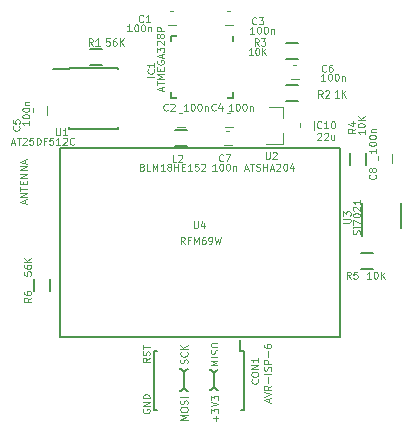
<source format=gto>
G04 #@! TF.GenerationSoftware,KiCad,Pcbnew,no-vcs-found-7529~57~ubuntu16.04.1*
G04 #@! TF.CreationDate,2017-01-27T16:28:15+02:00*
G04 #@! TF.ProjectId,temperature_humidity,74656D70657261747572655F68756D69,rev?*
G04 #@! TF.FileFunction,Legend,Top*
G04 #@! TF.FilePolarity,Positive*
%FSLAX46Y46*%
G04 Gerber Fmt 4.6, Leading zero omitted, Abs format (unit mm)*
G04 Created by KiCad (PCBNEW no-vcs-found-7529~57~ubuntu16.04.1) date Fri Jan 27 16:28:15 2017*
%MOMM*%
%LPD*%
G01*
G04 APERTURE LIST*
%ADD10C,0.100000*%
%ADD11C,0.120000*%
%ADD12C,0.150000*%
%ADD13R,1.670000X2.900000*%
%ADD14R,1.600000X1.150000*%
%ADD15R,1.150000X1.600000*%
%ADD16R,2.125000X2.125000*%
%ADD17R,1.100000X0.650000*%
%ADD18R,0.650000X1.100000*%
%ADD19R,1.900000X3.400000*%
%ADD20R,1.600000X1.300000*%
%ADD21R,1.300000X1.600000*%
%ADD22R,1.950000X1.000000*%
%ADD23R,1.300000X1.200000*%
%ADD24R,1.700000X1.250000*%
%ADD25R,0.850000X1.030000*%
%ADD26R,3.400000X1.600000*%
G04 APERTURE END LIST*
D10*
D11*
X115842857Y-99371428D02*
X115871428Y-99285714D01*
X115871428Y-99142857D01*
X115842857Y-99085714D01*
X115814285Y-99057142D01*
X115757142Y-99028571D01*
X115700000Y-99028571D01*
X115642857Y-99057142D01*
X115614285Y-99085714D01*
X115585714Y-99142857D01*
X115557142Y-99257142D01*
X115528571Y-99314285D01*
X115500000Y-99342857D01*
X115442857Y-99371428D01*
X115385714Y-99371428D01*
X115328571Y-99342857D01*
X115300000Y-99314285D01*
X115271428Y-99257142D01*
X115271428Y-99114285D01*
X115300000Y-99028571D01*
X115814285Y-98428571D02*
X115842857Y-98457142D01*
X115871428Y-98542857D01*
X115871428Y-98600000D01*
X115842857Y-98685714D01*
X115785714Y-98742857D01*
X115728571Y-98771428D01*
X115614285Y-98800000D01*
X115528571Y-98800000D01*
X115414285Y-98771428D01*
X115357142Y-98742857D01*
X115300000Y-98685714D01*
X115271428Y-98600000D01*
X115271428Y-98542857D01*
X115300000Y-98457142D01*
X115328571Y-98428571D01*
X115871428Y-98171428D02*
X115271428Y-98171428D01*
X115871428Y-97828571D02*
X115528571Y-98085714D01*
X115271428Y-97828571D02*
X115614285Y-98171428D01*
X118471428Y-99542857D02*
X117871428Y-99542857D01*
X118300000Y-99342857D01*
X117871428Y-99142857D01*
X118471428Y-99142857D01*
X118471428Y-98857142D02*
X117871428Y-98857142D01*
X118442857Y-98600000D02*
X118471428Y-98514285D01*
X118471428Y-98371428D01*
X118442857Y-98314285D01*
X118414285Y-98285714D01*
X118357142Y-98257142D01*
X118300000Y-98257142D01*
X118242857Y-98285714D01*
X118214285Y-98314285D01*
X118185714Y-98371428D01*
X118157142Y-98485714D01*
X118128571Y-98542857D01*
X118100000Y-98571428D01*
X118042857Y-98600000D01*
X117985714Y-98600000D01*
X117928571Y-98571428D01*
X117900000Y-98542857D01*
X117871428Y-98485714D01*
X117871428Y-98342857D01*
X117900000Y-98257142D01*
X117871428Y-97885714D02*
X117871428Y-97771428D01*
X117900000Y-97714285D01*
X117957142Y-97657142D01*
X118071428Y-97628571D01*
X118271428Y-97628571D01*
X118385714Y-97657142D01*
X118442857Y-97714285D01*
X118471428Y-97771428D01*
X118471428Y-97885714D01*
X118442857Y-97942857D01*
X118385714Y-98000000D01*
X118271428Y-98028571D01*
X118071428Y-98028571D01*
X117957142Y-98000000D01*
X117900000Y-97942857D01*
X117871428Y-97885714D01*
X118242857Y-104257142D02*
X118242857Y-103800000D01*
X118471428Y-104028571D02*
X118014285Y-104028571D01*
X117871428Y-103571428D02*
X117871428Y-103200000D01*
X118100000Y-103400000D01*
X118100000Y-103314285D01*
X118128571Y-103257142D01*
X118157142Y-103228571D01*
X118214285Y-103200000D01*
X118357142Y-103200000D01*
X118414285Y-103228571D01*
X118442857Y-103257142D01*
X118471428Y-103314285D01*
X118471428Y-103485714D01*
X118442857Y-103542857D01*
X118414285Y-103571428D01*
X117871428Y-103028571D02*
X118471428Y-102828571D01*
X117871428Y-102628571D01*
X117871428Y-102485714D02*
X117871428Y-102114285D01*
X118100000Y-102314285D01*
X118100000Y-102228571D01*
X118128571Y-102171428D01*
X118157142Y-102142857D01*
X118214285Y-102114285D01*
X118357142Y-102114285D01*
X118414285Y-102142857D01*
X118442857Y-102171428D01*
X118471428Y-102228571D01*
X118471428Y-102400000D01*
X118442857Y-102457142D01*
X118414285Y-102485714D01*
X115871428Y-104142857D02*
X115271428Y-104142857D01*
X115700000Y-103942857D01*
X115271428Y-103742857D01*
X115871428Y-103742857D01*
X115271428Y-103342857D02*
X115271428Y-103228571D01*
X115300000Y-103171428D01*
X115357142Y-103114285D01*
X115471428Y-103085714D01*
X115671428Y-103085714D01*
X115785714Y-103114285D01*
X115842857Y-103171428D01*
X115871428Y-103228571D01*
X115871428Y-103342857D01*
X115842857Y-103400000D01*
X115785714Y-103457142D01*
X115671428Y-103485714D01*
X115471428Y-103485714D01*
X115357142Y-103457142D01*
X115300000Y-103400000D01*
X115271428Y-103342857D01*
X115842857Y-102857142D02*
X115871428Y-102771428D01*
X115871428Y-102628571D01*
X115842857Y-102571428D01*
X115814285Y-102542857D01*
X115757142Y-102514285D01*
X115700000Y-102514285D01*
X115642857Y-102542857D01*
X115614285Y-102571428D01*
X115585714Y-102628571D01*
X115557142Y-102742857D01*
X115528571Y-102800000D01*
X115500000Y-102828571D01*
X115442857Y-102857142D01*
X115385714Y-102857142D01*
X115328571Y-102828571D01*
X115300000Y-102800000D01*
X115271428Y-102742857D01*
X115271428Y-102600000D01*
X115300000Y-102514285D01*
X115871428Y-102257142D02*
X115271428Y-102257142D01*
X112100000Y-103257142D02*
X112071428Y-103314285D01*
X112071428Y-103400000D01*
X112100000Y-103485714D01*
X112157142Y-103542857D01*
X112214285Y-103571428D01*
X112328571Y-103600000D01*
X112414285Y-103600000D01*
X112528571Y-103571428D01*
X112585714Y-103542857D01*
X112642857Y-103485714D01*
X112671428Y-103400000D01*
X112671428Y-103342857D01*
X112642857Y-103257142D01*
X112614285Y-103228571D01*
X112414285Y-103228571D01*
X112414285Y-103342857D01*
X112671428Y-102971428D02*
X112071428Y-102971428D01*
X112671428Y-102628571D01*
X112071428Y-102628571D01*
X112671428Y-102342857D02*
X112071428Y-102342857D01*
X112071428Y-102200000D01*
X112100000Y-102114285D01*
X112157142Y-102057142D01*
X112214285Y-102028571D01*
X112328571Y-102000000D01*
X112414285Y-102000000D01*
X112528571Y-102028571D01*
X112585714Y-102057142D01*
X112642857Y-102114285D01*
X112671428Y-102200000D01*
X112671428Y-102342857D01*
X112671428Y-98928571D02*
X112385714Y-99128571D01*
X112671428Y-99271428D02*
X112071428Y-99271428D01*
X112071428Y-99042857D01*
X112100000Y-98985714D01*
X112128571Y-98957142D01*
X112185714Y-98928571D01*
X112271428Y-98928571D01*
X112328571Y-98957142D01*
X112357142Y-98985714D01*
X112385714Y-99042857D01*
X112385714Y-99271428D01*
X112642857Y-98700000D02*
X112671428Y-98614285D01*
X112671428Y-98471428D01*
X112642857Y-98414285D01*
X112614285Y-98385714D01*
X112557142Y-98357142D01*
X112500000Y-98357142D01*
X112442857Y-98385714D01*
X112414285Y-98414285D01*
X112385714Y-98471428D01*
X112357142Y-98585714D01*
X112328571Y-98642857D01*
X112300000Y-98671428D01*
X112242857Y-98700000D01*
X112185714Y-98700000D01*
X112128571Y-98671428D01*
X112100000Y-98642857D01*
X112071428Y-98585714D01*
X112071428Y-98442857D01*
X112100000Y-98357142D01*
X112071428Y-98185714D02*
X112071428Y-97842857D01*
X112671428Y-98014285D02*
X112071428Y-98014285D01*
D12*
X115570000Y-100137848D02*
X115570000Y-101439883D01*
X115316000Y-99838000D02*
X115570000Y-100092000D01*
X115570000Y-100092000D02*
X115824000Y-99838000D01*
X115824000Y-99838000D02*
X115951000Y-99838000D01*
X115189000Y-99838000D02*
X115316000Y-99838000D01*
X117856000Y-99938000D02*
X118110000Y-100192000D01*
X115824000Y-101738000D02*
X115570000Y-101484000D01*
X118364000Y-99938000D02*
X118491000Y-99938000D01*
X115316000Y-101738000D02*
X115189000Y-101738000D01*
X118110000Y-100192000D02*
X118364000Y-99938000D01*
X115570000Y-101484000D02*
X115316000Y-101738000D01*
X117729000Y-99938000D02*
X117856000Y-99938000D01*
X115951000Y-101738000D02*
X115824000Y-101738000D01*
X120650000Y-103338000D02*
X120370000Y-103338000D01*
X117856000Y-101638000D02*
X117729000Y-101638000D01*
X118110000Y-101384000D02*
X117856000Y-101638000D01*
X118364000Y-101638000D02*
X118110000Y-101384000D01*
X118491000Y-101638000D02*
X118364000Y-101638000D01*
X120650000Y-103338000D02*
X120650000Y-98338000D01*
X120650000Y-98338000D02*
X120370000Y-98338000D01*
X113030000Y-98338000D02*
X113310000Y-98338000D01*
X113030000Y-103338000D02*
X113030000Y-98338000D01*
X113030000Y-103338000D02*
X113310000Y-103338000D01*
X118140000Y-100138000D02*
X118140000Y-101438000D01*
X120340000Y-98338000D02*
X120340000Y-97438000D01*
D11*
X114204000Y-69504000D02*
X114904000Y-69504000D01*
X114904000Y-70704000D02*
X114204000Y-70704000D01*
X115666000Y-79340000D02*
X114966000Y-79340000D01*
X114966000Y-78140000D02*
X115666000Y-78140000D01*
X119730000Y-70704000D02*
X119030000Y-70704000D01*
X119030000Y-69504000D02*
X119730000Y-69504000D01*
X119730000Y-79340000D02*
X119030000Y-79340000D01*
X119030000Y-78140000D02*
X119730000Y-78140000D01*
X102778000Y-78328000D02*
X102778000Y-77628000D01*
X103978000Y-77628000D02*
X103978000Y-78328000D01*
X124618000Y-74076000D02*
X125318000Y-74076000D01*
X125318000Y-75276000D02*
X124618000Y-75276000D01*
X118964000Y-79664000D02*
X119664000Y-79664000D01*
X119664000Y-80864000D02*
X118964000Y-80864000D01*
X133188000Y-81692000D02*
X133188000Y-82392000D01*
X131988000Y-82392000D02*
X131988000Y-81692000D01*
X125384000Y-79598000D02*
X125384000Y-78898000D01*
X126584000Y-78898000D02*
X126584000Y-79598000D01*
D12*
X119719000Y-76893500D02*
X119719000Y-76368500D01*
X114469000Y-76893500D02*
X114469000Y-76368500D01*
X114469000Y-71643500D02*
X114469000Y-72168500D01*
X119719000Y-71643500D02*
X119719000Y-72168500D01*
X114469000Y-76893500D02*
X114994000Y-76893500D01*
X114469000Y-71643500D02*
X114994000Y-71643500D01*
X119719000Y-76893500D02*
X119194000Y-76893500D01*
X108620000Y-74081000D02*
X107620000Y-74081000D01*
X107620000Y-72731000D02*
X108620000Y-72731000D01*
X125214000Y-77129000D02*
X124214000Y-77129000D01*
X124214000Y-75779000D02*
X125214000Y-75779000D01*
X125214000Y-73573000D02*
X124214000Y-73573000D01*
X124214000Y-72223000D02*
X125214000Y-72223000D01*
X129627000Y-82542000D02*
X129627000Y-81542000D01*
X130977000Y-81542000D02*
X130977000Y-82542000D01*
X130564000Y-90003000D02*
X131564000Y-90003000D01*
X131564000Y-91353000D02*
X130564000Y-91353000D01*
X102873000Y-93210000D02*
X102873000Y-92210000D01*
X104223000Y-92210000D02*
X104223000Y-93210000D01*
X105875000Y-74437000D02*
X104475000Y-74437000D01*
X105875000Y-79537000D02*
X110025000Y-79537000D01*
X105875000Y-74387000D02*
X110025000Y-74387000D01*
X105875000Y-79537000D02*
X105875000Y-79392000D01*
X110025000Y-79537000D02*
X110025000Y-79392000D01*
X110025000Y-74387000D02*
X110025000Y-74532000D01*
X105875000Y-74387000D02*
X105875000Y-74437000D01*
D11*
X123966000Y-80828000D02*
X122506000Y-80828000D01*
X123966000Y-77668000D02*
X121806000Y-77668000D01*
X123966000Y-77668000D02*
X123966000Y-78598000D01*
X123966000Y-80828000D02*
X123966000Y-79898000D01*
D12*
X130684000Y-88598000D02*
X130684000Y-85843000D01*
X133984000Y-87893000D02*
X133984000Y-85843000D01*
X128746000Y-97106000D02*
X105046000Y-97106000D01*
X105046000Y-97106000D02*
X105046000Y-81106000D01*
X105046000Y-81106000D02*
X128746000Y-81106000D01*
X128746000Y-81106000D02*
X128746000Y-97106000D01*
X114816000Y-79589000D02*
X115816000Y-79589000D01*
X115816000Y-80939000D02*
X114816000Y-80939000D01*
D11*
X121814285Y-100728571D02*
X121842857Y-100757142D01*
X121871428Y-100842857D01*
X121871428Y-100900000D01*
X121842857Y-100985714D01*
X121785714Y-101042857D01*
X121728571Y-101071428D01*
X121614285Y-101100000D01*
X121528571Y-101100000D01*
X121414285Y-101071428D01*
X121357142Y-101042857D01*
X121300000Y-100985714D01*
X121271428Y-100900000D01*
X121271428Y-100842857D01*
X121300000Y-100757142D01*
X121328571Y-100728571D01*
X121271428Y-100357142D02*
X121271428Y-100242857D01*
X121300000Y-100185714D01*
X121357142Y-100128571D01*
X121471428Y-100100000D01*
X121671428Y-100100000D01*
X121785714Y-100128571D01*
X121842857Y-100185714D01*
X121871428Y-100242857D01*
X121871428Y-100357142D01*
X121842857Y-100414285D01*
X121785714Y-100471428D01*
X121671428Y-100500000D01*
X121471428Y-100500000D01*
X121357142Y-100471428D01*
X121300000Y-100414285D01*
X121271428Y-100357142D01*
X121871428Y-99842857D02*
X121271428Y-99842857D01*
X121871428Y-99500000D01*
X121271428Y-99500000D01*
X121871428Y-98900000D02*
X121871428Y-99242857D01*
X121871428Y-99071428D02*
X121271428Y-99071428D01*
X121357142Y-99128571D01*
X121414285Y-99185714D01*
X121442857Y-99242857D01*
X122782000Y-102657142D02*
X122782000Y-102371428D01*
X122953428Y-102714285D02*
X122353428Y-102514285D01*
X122953428Y-102314285D01*
X122353428Y-102200000D02*
X122953428Y-102000000D01*
X122353428Y-101800000D01*
X122953428Y-101257142D02*
X122667714Y-101457142D01*
X122953428Y-101600000D02*
X122353428Y-101600000D01*
X122353428Y-101371428D01*
X122382000Y-101314285D01*
X122410571Y-101285714D01*
X122467714Y-101257142D01*
X122553428Y-101257142D01*
X122610571Y-101285714D01*
X122639142Y-101314285D01*
X122667714Y-101371428D01*
X122667714Y-101600000D01*
X122724857Y-101000000D02*
X122724857Y-100542857D01*
X122953428Y-100257142D02*
X122353428Y-100257142D01*
X122924857Y-100000000D02*
X122953428Y-99914285D01*
X122953428Y-99771428D01*
X122924857Y-99714285D01*
X122896285Y-99685714D01*
X122839142Y-99657142D01*
X122782000Y-99657142D01*
X122724857Y-99685714D01*
X122696285Y-99714285D01*
X122667714Y-99771428D01*
X122639142Y-99885714D01*
X122610571Y-99942857D01*
X122582000Y-99971428D01*
X122524857Y-100000000D01*
X122467714Y-100000000D01*
X122410571Y-99971428D01*
X122382000Y-99942857D01*
X122353428Y-99885714D01*
X122353428Y-99742857D01*
X122382000Y-99657142D01*
X122953428Y-99400000D02*
X122353428Y-99400000D01*
X122353428Y-99171428D01*
X122382000Y-99114285D01*
X122410571Y-99085714D01*
X122467714Y-99057142D01*
X122553428Y-99057142D01*
X122610571Y-99085714D01*
X122639142Y-99114285D01*
X122667714Y-99171428D01*
X122667714Y-99400000D01*
X122724857Y-98800000D02*
X122724857Y-98342857D01*
X122353428Y-97800000D02*
X122353428Y-97914285D01*
X122382000Y-97971428D01*
X122410571Y-98000000D01*
X122496285Y-98057142D01*
X122610571Y-98085714D01*
X122839142Y-98085714D01*
X122896285Y-98057142D01*
X122924857Y-98028571D01*
X122953428Y-97971428D01*
X122953428Y-97857142D01*
X122924857Y-97800000D01*
X122896285Y-97771428D01*
X122839142Y-97742857D01*
X122696285Y-97742857D01*
X122639142Y-97771428D01*
X122610571Y-97800000D01*
X122582000Y-97857142D01*
X122582000Y-97971428D01*
X122610571Y-98028571D01*
X122639142Y-98057142D01*
X122696285Y-98085714D01*
X112100000Y-70414285D02*
X112071428Y-70442857D01*
X111985714Y-70471428D01*
X111928571Y-70471428D01*
X111842857Y-70442857D01*
X111785714Y-70385714D01*
X111757142Y-70328571D01*
X111728571Y-70214285D01*
X111728571Y-70128571D01*
X111757142Y-70014285D01*
X111785714Y-69957142D01*
X111842857Y-69900000D01*
X111928571Y-69871428D01*
X111985714Y-69871428D01*
X112071428Y-69900000D01*
X112100000Y-69928571D01*
X112671428Y-70471428D02*
X112328571Y-70471428D01*
X112500000Y-70471428D02*
X112500000Y-69871428D01*
X112442857Y-69957142D01*
X112385714Y-70014285D01*
X112328571Y-70042857D01*
X111128571Y-71271428D02*
X110785714Y-71271428D01*
X110957142Y-71271428D02*
X110957142Y-70671428D01*
X110900000Y-70757142D01*
X110842857Y-70814285D01*
X110785714Y-70842857D01*
X111500000Y-70671428D02*
X111557142Y-70671428D01*
X111614285Y-70700000D01*
X111642857Y-70728571D01*
X111671428Y-70785714D01*
X111700000Y-70900000D01*
X111700000Y-71042857D01*
X111671428Y-71157142D01*
X111642857Y-71214285D01*
X111614285Y-71242857D01*
X111557142Y-71271428D01*
X111500000Y-71271428D01*
X111442857Y-71242857D01*
X111414285Y-71214285D01*
X111385714Y-71157142D01*
X111357142Y-71042857D01*
X111357142Y-70900000D01*
X111385714Y-70785714D01*
X111414285Y-70728571D01*
X111442857Y-70700000D01*
X111500000Y-70671428D01*
X112071428Y-70671428D02*
X112128571Y-70671428D01*
X112185714Y-70700000D01*
X112214285Y-70728571D01*
X112242857Y-70785714D01*
X112271428Y-70900000D01*
X112271428Y-71042857D01*
X112242857Y-71157142D01*
X112214285Y-71214285D01*
X112185714Y-71242857D01*
X112128571Y-71271428D01*
X112071428Y-71271428D01*
X112014285Y-71242857D01*
X111985714Y-71214285D01*
X111957142Y-71157142D01*
X111928571Y-71042857D01*
X111928571Y-70900000D01*
X111957142Y-70785714D01*
X111985714Y-70728571D01*
X112014285Y-70700000D01*
X112071428Y-70671428D01*
X112528571Y-70871428D02*
X112528571Y-71271428D01*
X112528571Y-70928571D02*
X112557142Y-70900000D01*
X112614285Y-70871428D01*
X112700000Y-70871428D01*
X112757142Y-70900000D01*
X112785714Y-70957142D01*
X112785714Y-71271428D01*
X114200000Y-77938285D02*
X114171428Y-77966857D01*
X114085714Y-77995428D01*
X114028571Y-77995428D01*
X113942857Y-77966857D01*
X113885714Y-77909714D01*
X113857142Y-77852571D01*
X113828571Y-77738285D01*
X113828571Y-77652571D01*
X113857142Y-77538285D01*
X113885714Y-77481142D01*
X113942857Y-77424000D01*
X114028571Y-77395428D01*
X114085714Y-77395428D01*
X114171428Y-77424000D01*
X114200000Y-77452571D01*
X114428571Y-77452571D02*
X114457142Y-77424000D01*
X114514285Y-77395428D01*
X114657142Y-77395428D01*
X114714285Y-77424000D01*
X114742857Y-77452571D01*
X114771428Y-77509714D01*
X114771428Y-77566857D01*
X114742857Y-77652571D01*
X114400000Y-77995428D01*
X114771428Y-77995428D01*
X115914571Y-77995428D02*
X115571714Y-77995428D01*
X115743142Y-77995428D02*
X115743142Y-77395428D01*
X115686000Y-77481142D01*
X115628857Y-77538285D01*
X115571714Y-77566857D01*
X116286000Y-77395428D02*
X116343142Y-77395428D01*
X116400285Y-77424000D01*
X116428857Y-77452571D01*
X116457428Y-77509714D01*
X116486000Y-77624000D01*
X116486000Y-77766857D01*
X116457428Y-77881142D01*
X116428857Y-77938285D01*
X116400285Y-77966857D01*
X116343142Y-77995428D01*
X116286000Y-77995428D01*
X116228857Y-77966857D01*
X116200285Y-77938285D01*
X116171714Y-77881142D01*
X116143142Y-77766857D01*
X116143142Y-77624000D01*
X116171714Y-77509714D01*
X116200285Y-77452571D01*
X116228857Y-77424000D01*
X116286000Y-77395428D01*
X116857428Y-77395428D02*
X116914571Y-77395428D01*
X116971714Y-77424000D01*
X117000285Y-77452571D01*
X117028857Y-77509714D01*
X117057428Y-77624000D01*
X117057428Y-77766857D01*
X117028857Y-77881142D01*
X117000285Y-77938285D01*
X116971714Y-77966857D01*
X116914571Y-77995428D01*
X116857428Y-77995428D01*
X116800285Y-77966857D01*
X116771714Y-77938285D01*
X116743142Y-77881142D01*
X116714571Y-77766857D01*
X116714571Y-77624000D01*
X116743142Y-77509714D01*
X116771714Y-77452571D01*
X116800285Y-77424000D01*
X116857428Y-77395428D01*
X117314571Y-77595428D02*
X117314571Y-77995428D01*
X117314571Y-77652571D02*
X117343142Y-77624000D01*
X117400285Y-77595428D01*
X117486000Y-77595428D01*
X117543142Y-77624000D01*
X117571714Y-77681142D01*
X117571714Y-77995428D01*
X121700000Y-70614285D02*
X121671428Y-70642857D01*
X121585714Y-70671428D01*
X121528571Y-70671428D01*
X121442857Y-70642857D01*
X121385714Y-70585714D01*
X121357142Y-70528571D01*
X121328571Y-70414285D01*
X121328571Y-70328571D01*
X121357142Y-70214285D01*
X121385714Y-70157142D01*
X121442857Y-70100000D01*
X121528571Y-70071428D01*
X121585714Y-70071428D01*
X121671428Y-70100000D01*
X121700000Y-70128571D01*
X121900000Y-70071428D02*
X122271428Y-70071428D01*
X122071428Y-70300000D01*
X122157142Y-70300000D01*
X122214285Y-70328571D01*
X122242857Y-70357142D01*
X122271428Y-70414285D01*
X122271428Y-70557142D01*
X122242857Y-70614285D01*
X122214285Y-70642857D01*
X122157142Y-70671428D01*
X121985714Y-70671428D01*
X121928571Y-70642857D01*
X121900000Y-70614285D01*
X121528571Y-71471428D02*
X121185714Y-71471428D01*
X121357142Y-71471428D02*
X121357142Y-70871428D01*
X121300000Y-70957142D01*
X121242857Y-71014285D01*
X121185714Y-71042857D01*
X121900000Y-70871428D02*
X121957142Y-70871428D01*
X122014285Y-70900000D01*
X122042857Y-70928571D01*
X122071428Y-70985714D01*
X122100000Y-71100000D01*
X122100000Y-71242857D01*
X122071428Y-71357142D01*
X122042857Y-71414285D01*
X122014285Y-71442857D01*
X121957142Y-71471428D01*
X121900000Y-71471428D01*
X121842857Y-71442857D01*
X121814285Y-71414285D01*
X121785714Y-71357142D01*
X121757142Y-71242857D01*
X121757142Y-71100000D01*
X121785714Y-70985714D01*
X121814285Y-70928571D01*
X121842857Y-70900000D01*
X121900000Y-70871428D01*
X122471428Y-70871428D02*
X122528571Y-70871428D01*
X122585714Y-70900000D01*
X122614285Y-70928571D01*
X122642857Y-70985714D01*
X122671428Y-71100000D01*
X122671428Y-71242857D01*
X122642857Y-71357142D01*
X122614285Y-71414285D01*
X122585714Y-71442857D01*
X122528571Y-71471428D01*
X122471428Y-71471428D01*
X122414285Y-71442857D01*
X122385714Y-71414285D01*
X122357142Y-71357142D01*
X122328571Y-71242857D01*
X122328571Y-71100000D01*
X122357142Y-70985714D01*
X122385714Y-70928571D01*
X122414285Y-70900000D01*
X122471428Y-70871428D01*
X122928571Y-71071428D02*
X122928571Y-71471428D01*
X122928571Y-71128571D02*
X122957142Y-71100000D01*
X123014285Y-71071428D01*
X123100000Y-71071428D01*
X123157142Y-71100000D01*
X123185714Y-71157142D01*
X123185714Y-71471428D01*
X118264000Y-77938285D02*
X118235428Y-77966857D01*
X118149714Y-77995428D01*
X118092571Y-77995428D01*
X118006857Y-77966857D01*
X117949714Y-77909714D01*
X117921142Y-77852571D01*
X117892571Y-77738285D01*
X117892571Y-77652571D01*
X117921142Y-77538285D01*
X117949714Y-77481142D01*
X118006857Y-77424000D01*
X118092571Y-77395428D01*
X118149714Y-77395428D01*
X118235428Y-77424000D01*
X118264000Y-77452571D01*
X118778285Y-77595428D02*
X118778285Y-77995428D01*
X118635428Y-77366857D02*
X118492571Y-77795428D01*
X118864000Y-77795428D01*
X119724571Y-77995428D02*
X119381714Y-77995428D01*
X119553142Y-77995428D02*
X119553142Y-77395428D01*
X119496000Y-77481142D01*
X119438857Y-77538285D01*
X119381714Y-77566857D01*
X120096000Y-77395428D02*
X120153142Y-77395428D01*
X120210285Y-77424000D01*
X120238857Y-77452571D01*
X120267428Y-77509714D01*
X120296000Y-77624000D01*
X120296000Y-77766857D01*
X120267428Y-77881142D01*
X120238857Y-77938285D01*
X120210285Y-77966857D01*
X120153142Y-77995428D01*
X120096000Y-77995428D01*
X120038857Y-77966857D01*
X120010285Y-77938285D01*
X119981714Y-77881142D01*
X119953142Y-77766857D01*
X119953142Y-77624000D01*
X119981714Y-77509714D01*
X120010285Y-77452571D01*
X120038857Y-77424000D01*
X120096000Y-77395428D01*
X120667428Y-77395428D02*
X120724571Y-77395428D01*
X120781714Y-77424000D01*
X120810285Y-77452571D01*
X120838857Y-77509714D01*
X120867428Y-77624000D01*
X120867428Y-77766857D01*
X120838857Y-77881142D01*
X120810285Y-77938285D01*
X120781714Y-77966857D01*
X120724571Y-77995428D01*
X120667428Y-77995428D01*
X120610285Y-77966857D01*
X120581714Y-77938285D01*
X120553142Y-77881142D01*
X120524571Y-77766857D01*
X120524571Y-77624000D01*
X120553142Y-77509714D01*
X120581714Y-77452571D01*
X120610285Y-77424000D01*
X120667428Y-77395428D01*
X121124571Y-77595428D02*
X121124571Y-77995428D01*
X121124571Y-77652571D02*
X121153142Y-77624000D01*
X121210285Y-77595428D01*
X121296000Y-77595428D01*
X121353142Y-77624000D01*
X121381714Y-77681142D01*
X121381714Y-77995428D01*
X101614285Y-79300000D02*
X101642857Y-79328571D01*
X101671428Y-79414285D01*
X101671428Y-79471428D01*
X101642857Y-79557142D01*
X101585714Y-79614285D01*
X101528571Y-79642857D01*
X101414285Y-79671428D01*
X101328571Y-79671428D01*
X101214285Y-79642857D01*
X101157142Y-79614285D01*
X101100000Y-79557142D01*
X101071428Y-79471428D01*
X101071428Y-79414285D01*
X101100000Y-79328571D01*
X101128571Y-79300000D01*
X101071428Y-78757142D02*
X101071428Y-79042857D01*
X101357142Y-79071428D01*
X101328571Y-79042857D01*
X101300000Y-78985714D01*
X101300000Y-78842857D01*
X101328571Y-78785714D01*
X101357142Y-78757142D01*
X101414285Y-78728571D01*
X101557142Y-78728571D01*
X101614285Y-78757142D01*
X101642857Y-78785714D01*
X101671428Y-78842857D01*
X101671428Y-78985714D01*
X101642857Y-79042857D01*
X101614285Y-79071428D01*
X102471428Y-78871428D02*
X102471428Y-79214285D01*
X102471428Y-79042857D02*
X101871428Y-79042857D01*
X101957142Y-79100000D01*
X102014285Y-79157142D01*
X102042857Y-79214285D01*
X101871428Y-78500000D02*
X101871428Y-78442857D01*
X101900000Y-78385714D01*
X101928571Y-78357142D01*
X101985714Y-78328571D01*
X102100000Y-78300000D01*
X102242857Y-78300000D01*
X102357142Y-78328571D01*
X102414285Y-78357142D01*
X102442857Y-78385714D01*
X102471428Y-78442857D01*
X102471428Y-78500000D01*
X102442857Y-78557142D01*
X102414285Y-78585714D01*
X102357142Y-78614285D01*
X102242857Y-78642857D01*
X102100000Y-78642857D01*
X101985714Y-78614285D01*
X101928571Y-78585714D01*
X101900000Y-78557142D01*
X101871428Y-78500000D01*
X101871428Y-77928571D02*
X101871428Y-77871428D01*
X101900000Y-77814285D01*
X101928571Y-77785714D01*
X101985714Y-77757142D01*
X102100000Y-77728571D01*
X102242857Y-77728571D01*
X102357142Y-77757142D01*
X102414285Y-77785714D01*
X102442857Y-77814285D01*
X102471428Y-77871428D01*
X102471428Y-77928571D01*
X102442857Y-77985714D01*
X102414285Y-78014285D01*
X102357142Y-78042857D01*
X102242857Y-78071428D01*
X102100000Y-78071428D01*
X101985714Y-78042857D01*
X101928571Y-78014285D01*
X101900000Y-77985714D01*
X101871428Y-77928571D01*
X102071428Y-77471428D02*
X102471428Y-77471428D01*
X102128571Y-77471428D02*
X102100000Y-77442857D01*
X102071428Y-77385714D01*
X102071428Y-77300000D01*
X102100000Y-77242857D01*
X102157142Y-77214285D01*
X102471428Y-77214285D01*
X127596000Y-74636285D02*
X127567428Y-74664857D01*
X127481714Y-74693428D01*
X127424571Y-74693428D01*
X127338857Y-74664857D01*
X127281714Y-74607714D01*
X127253142Y-74550571D01*
X127224571Y-74436285D01*
X127224571Y-74350571D01*
X127253142Y-74236285D01*
X127281714Y-74179142D01*
X127338857Y-74122000D01*
X127424571Y-74093428D01*
X127481714Y-74093428D01*
X127567428Y-74122000D01*
X127596000Y-74150571D01*
X128110285Y-74093428D02*
X127996000Y-74093428D01*
X127938857Y-74122000D01*
X127910285Y-74150571D01*
X127853142Y-74236285D01*
X127824571Y-74350571D01*
X127824571Y-74579142D01*
X127853142Y-74636285D01*
X127881714Y-74664857D01*
X127938857Y-74693428D01*
X128053142Y-74693428D01*
X128110285Y-74664857D01*
X128138857Y-74636285D01*
X128167428Y-74579142D01*
X128167428Y-74436285D01*
X128138857Y-74379142D01*
X128110285Y-74350571D01*
X128053142Y-74322000D01*
X127938857Y-74322000D01*
X127881714Y-74350571D01*
X127853142Y-74379142D01*
X127824571Y-74436285D01*
X127532571Y-75455428D02*
X127189714Y-75455428D01*
X127361142Y-75455428D02*
X127361142Y-74855428D01*
X127304000Y-74941142D01*
X127246857Y-74998285D01*
X127189714Y-75026857D01*
X127904000Y-74855428D02*
X127961142Y-74855428D01*
X128018285Y-74884000D01*
X128046857Y-74912571D01*
X128075428Y-74969714D01*
X128104000Y-75084000D01*
X128104000Y-75226857D01*
X128075428Y-75341142D01*
X128046857Y-75398285D01*
X128018285Y-75426857D01*
X127961142Y-75455428D01*
X127904000Y-75455428D01*
X127846857Y-75426857D01*
X127818285Y-75398285D01*
X127789714Y-75341142D01*
X127761142Y-75226857D01*
X127761142Y-75084000D01*
X127789714Y-74969714D01*
X127818285Y-74912571D01*
X127846857Y-74884000D01*
X127904000Y-74855428D01*
X128475428Y-74855428D02*
X128532571Y-74855428D01*
X128589714Y-74884000D01*
X128618285Y-74912571D01*
X128646857Y-74969714D01*
X128675428Y-75084000D01*
X128675428Y-75226857D01*
X128646857Y-75341142D01*
X128618285Y-75398285D01*
X128589714Y-75426857D01*
X128532571Y-75455428D01*
X128475428Y-75455428D01*
X128418285Y-75426857D01*
X128389714Y-75398285D01*
X128361142Y-75341142D01*
X128332571Y-75226857D01*
X128332571Y-75084000D01*
X128361142Y-74969714D01*
X128389714Y-74912571D01*
X128418285Y-74884000D01*
X128475428Y-74855428D01*
X128932571Y-75055428D02*
X128932571Y-75455428D01*
X128932571Y-75112571D02*
X128961142Y-75084000D01*
X129018285Y-75055428D01*
X129104000Y-75055428D01*
X129161142Y-75084000D01*
X129189714Y-75141142D01*
X129189714Y-75455428D01*
X118900000Y-82214285D02*
X118871428Y-82242857D01*
X118785714Y-82271428D01*
X118728571Y-82271428D01*
X118642857Y-82242857D01*
X118585714Y-82185714D01*
X118557142Y-82128571D01*
X118528571Y-82014285D01*
X118528571Y-81928571D01*
X118557142Y-81814285D01*
X118585714Y-81757142D01*
X118642857Y-81700000D01*
X118728571Y-81671428D01*
X118785714Y-81671428D01*
X118871428Y-81700000D01*
X118900000Y-81728571D01*
X119100000Y-81671428D02*
X119500000Y-81671428D01*
X119242857Y-82271428D01*
X118328571Y-83071428D02*
X117985714Y-83071428D01*
X118157142Y-83071428D02*
X118157142Y-82471428D01*
X118100000Y-82557142D01*
X118042857Y-82614285D01*
X117985714Y-82642857D01*
X118700000Y-82471428D02*
X118757142Y-82471428D01*
X118814285Y-82500000D01*
X118842857Y-82528571D01*
X118871428Y-82585714D01*
X118900000Y-82700000D01*
X118900000Y-82842857D01*
X118871428Y-82957142D01*
X118842857Y-83014285D01*
X118814285Y-83042857D01*
X118757142Y-83071428D01*
X118700000Y-83071428D01*
X118642857Y-83042857D01*
X118614285Y-83014285D01*
X118585714Y-82957142D01*
X118557142Y-82842857D01*
X118557142Y-82700000D01*
X118585714Y-82585714D01*
X118614285Y-82528571D01*
X118642857Y-82500000D01*
X118700000Y-82471428D01*
X119271428Y-82471428D02*
X119328571Y-82471428D01*
X119385714Y-82500000D01*
X119414285Y-82528571D01*
X119442857Y-82585714D01*
X119471428Y-82700000D01*
X119471428Y-82842857D01*
X119442857Y-82957142D01*
X119414285Y-83014285D01*
X119385714Y-83042857D01*
X119328571Y-83071428D01*
X119271428Y-83071428D01*
X119214285Y-83042857D01*
X119185714Y-83014285D01*
X119157142Y-82957142D01*
X119128571Y-82842857D01*
X119128571Y-82700000D01*
X119157142Y-82585714D01*
X119185714Y-82528571D01*
X119214285Y-82500000D01*
X119271428Y-82471428D01*
X119728571Y-82671428D02*
X119728571Y-83071428D01*
X119728571Y-82728571D02*
X119757142Y-82700000D01*
X119814285Y-82671428D01*
X119900000Y-82671428D01*
X119957142Y-82700000D01*
X119985714Y-82757142D01*
X119985714Y-83071428D01*
X131786285Y-83412000D02*
X131814857Y-83440571D01*
X131843428Y-83526285D01*
X131843428Y-83583428D01*
X131814857Y-83669142D01*
X131757714Y-83726285D01*
X131700571Y-83754857D01*
X131586285Y-83783428D01*
X131500571Y-83783428D01*
X131386285Y-83754857D01*
X131329142Y-83726285D01*
X131272000Y-83669142D01*
X131243428Y-83583428D01*
X131243428Y-83526285D01*
X131272000Y-83440571D01*
X131300571Y-83412000D01*
X131500571Y-83069142D02*
X131472000Y-83126285D01*
X131443428Y-83154857D01*
X131386285Y-83183428D01*
X131357714Y-83183428D01*
X131300571Y-83154857D01*
X131272000Y-83126285D01*
X131243428Y-83069142D01*
X131243428Y-82954857D01*
X131272000Y-82897714D01*
X131300571Y-82869142D01*
X131357714Y-82840571D01*
X131386285Y-82840571D01*
X131443428Y-82869142D01*
X131472000Y-82897714D01*
X131500571Y-82954857D01*
X131500571Y-83069142D01*
X131529142Y-83126285D01*
X131557714Y-83154857D01*
X131614857Y-83183428D01*
X131729142Y-83183428D01*
X131786285Y-83154857D01*
X131814857Y-83126285D01*
X131843428Y-83069142D01*
X131843428Y-82954857D01*
X131814857Y-82897714D01*
X131786285Y-82869142D01*
X131729142Y-82840571D01*
X131614857Y-82840571D01*
X131557714Y-82869142D01*
X131529142Y-82897714D01*
X131500571Y-82954857D01*
X131843428Y-81189428D02*
X131843428Y-81532285D01*
X131843428Y-81360857D02*
X131243428Y-81360857D01*
X131329142Y-81418000D01*
X131386285Y-81475142D01*
X131414857Y-81532285D01*
X131243428Y-80818000D02*
X131243428Y-80760857D01*
X131272000Y-80703714D01*
X131300571Y-80675142D01*
X131357714Y-80646571D01*
X131472000Y-80618000D01*
X131614857Y-80618000D01*
X131729142Y-80646571D01*
X131786285Y-80675142D01*
X131814857Y-80703714D01*
X131843428Y-80760857D01*
X131843428Y-80818000D01*
X131814857Y-80875142D01*
X131786285Y-80903714D01*
X131729142Y-80932285D01*
X131614857Y-80960857D01*
X131472000Y-80960857D01*
X131357714Y-80932285D01*
X131300571Y-80903714D01*
X131272000Y-80875142D01*
X131243428Y-80818000D01*
X131243428Y-80246571D02*
X131243428Y-80189428D01*
X131272000Y-80132285D01*
X131300571Y-80103714D01*
X131357714Y-80075142D01*
X131472000Y-80046571D01*
X131614857Y-80046571D01*
X131729142Y-80075142D01*
X131786285Y-80103714D01*
X131814857Y-80132285D01*
X131843428Y-80189428D01*
X131843428Y-80246571D01*
X131814857Y-80303714D01*
X131786285Y-80332285D01*
X131729142Y-80360857D01*
X131614857Y-80389428D01*
X131472000Y-80389428D01*
X131357714Y-80360857D01*
X131300571Y-80332285D01*
X131272000Y-80303714D01*
X131243428Y-80246571D01*
X131443428Y-79789428D02*
X131843428Y-79789428D01*
X131500571Y-79789428D02*
X131472000Y-79760857D01*
X131443428Y-79703714D01*
X131443428Y-79618000D01*
X131472000Y-79560857D01*
X131529142Y-79532285D01*
X131843428Y-79532285D01*
X127214285Y-79414285D02*
X127185714Y-79442857D01*
X127100000Y-79471428D01*
X127042857Y-79471428D01*
X126957142Y-79442857D01*
X126900000Y-79385714D01*
X126871428Y-79328571D01*
X126842857Y-79214285D01*
X126842857Y-79128571D01*
X126871428Y-79014285D01*
X126900000Y-78957142D01*
X126957142Y-78900000D01*
X127042857Y-78871428D01*
X127100000Y-78871428D01*
X127185714Y-78900000D01*
X127214285Y-78928571D01*
X127785714Y-79471428D02*
X127442857Y-79471428D01*
X127614285Y-79471428D02*
X127614285Y-78871428D01*
X127557142Y-78957142D01*
X127500000Y-79014285D01*
X127442857Y-79042857D01*
X128157142Y-78871428D02*
X128214285Y-78871428D01*
X128271428Y-78900000D01*
X128300000Y-78928571D01*
X128328571Y-78985714D01*
X128357142Y-79100000D01*
X128357142Y-79242857D01*
X128328571Y-79357142D01*
X128300000Y-79414285D01*
X128271428Y-79442857D01*
X128214285Y-79471428D01*
X128157142Y-79471428D01*
X128100000Y-79442857D01*
X128071428Y-79414285D01*
X128042857Y-79357142D01*
X128014285Y-79242857D01*
X128014285Y-79100000D01*
X128042857Y-78985714D01*
X128071428Y-78928571D01*
X128100000Y-78900000D01*
X128157142Y-78871428D01*
X126871428Y-79928571D02*
X126900000Y-79900000D01*
X126957142Y-79871428D01*
X127100000Y-79871428D01*
X127157142Y-79900000D01*
X127185714Y-79928571D01*
X127214285Y-79985714D01*
X127214285Y-80042857D01*
X127185714Y-80128571D01*
X126842857Y-80471428D01*
X127214285Y-80471428D01*
X127442857Y-79928571D02*
X127471428Y-79900000D01*
X127528571Y-79871428D01*
X127671428Y-79871428D01*
X127728571Y-79900000D01*
X127757142Y-79928571D01*
X127785714Y-79985714D01*
X127785714Y-80042857D01*
X127757142Y-80128571D01*
X127414285Y-80471428D01*
X127785714Y-80471428D01*
X128300000Y-80071428D02*
X128300000Y-80471428D01*
X128042857Y-80071428D02*
X128042857Y-80385714D01*
X128071428Y-80442857D01*
X128128571Y-80471428D01*
X128214285Y-80471428D01*
X128271428Y-80442857D01*
X128300000Y-80414285D01*
X113071428Y-75108214D02*
X112471428Y-75108214D01*
X113014285Y-74479642D02*
X113042857Y-74508214D01*
X113071428Y-74593928D01*
X113071428Y-74651071D01*
X113042857Y-74736785D01*
X112985714Y-74793928D01*
X112928571Y-74822500D01*
X112814285Y-74851071D01*
X112728571Y-74851071D01*
X112614285Y-74822500D01*
X112557142Y-74793928D01*
X112500000Y-74736785D01*
X112471428Y-74651071D01*
X112471428Y-74593928D01*
X112500000Y-74508214D01*
X112528571Y-74479642D01*
X113071428Y-73908214D02*
X113071428Y-74251071D01*
X113071428Y-74079642D02*
X112471428Y-74079642D01*
X112557142Y-74136785D01*
X112614285Y-74193928D01*
X112642857Y-74251071D01*
X113700000Y-76300000D02*
X113700000Y-76014285D01*
X113871428Y-76357142D02*
X113271428Y-76157142D01*
X113871428Y-75957142D01*
X113271428Y-75842857D02*
X113271428Y-75500000D01*
X113871428Y-75671428D02*
X113271428Y-75671428D01*
X113871428Y-75300000D02*
X113271428Y-75300000D01*
X113700000Y-75100000D01*
X113271428Y-74900000D01*
X113871428Y-74900000D01*
X113557142Y-74614285D02*
X113557142Y-74414285D01*
X113871428Y-74328571D02*
X113871428Y-74614285D01*
X113271428Y-74614285D01*
X113271428Y-74328571D01*
X113300000Y-73757142D02*
X113271428Y-73814285D01*
X113271428Y-73900000D01*
X113300000Y-73985714D01*
X113357142Y-74042857D01*
X113414285Y-74071428D01*
X113528571Y-74100000D01*
X113614285Y-74100000D01*
X113728571Y-74071428D01*
X113785714Y-74042857D01*
X113842857Y-73985714D01*
X113871428Y-73900000D01*
X113871428Y-73842857D01*
X113842857Y-73757142D01*
X113814285Y-73728571D01*
X113614285Y-73728571D01*
X113614285Y-73842857D01*
X113700000Y-73500000D02*
X113700000Y-73214285D01*
X113871428Y-73557142D02*
X113271428Y-73357142D01*
X113871428Y-73157142D01*
X113271428Y-73014285D02*
X113271428Y-72642857D01*
X113500000Y-72842857D01*
X113500000Y-72757142D01*
X113528571Y-72700000D01*
X113557142Y-72671428D01*
X113614285Y-72642857D01*
X113757142Y-72642857D01*
X113814285Y-72671428D01*
X113842857Y-72700000D01*
X113871428Y-72757142D01*
X113871428Y-72928571D01*
X113842857Y-72985714D01*
X113814285Y-73014285D01*
X113328571Y-72414285D02*
X113300000Y-72385714D01*
X113271428Y-72328571D01*
X113271428Y-72185714D01*
X113300000Y-72128571D01*
X113328571Y-72100000D01*
X113385714Y-72071428D01*
X113442857Y-72071428D01*
X113528571Y-72100000D01*
X113871428Y-72442857D01*
X113871428Y-72071428D01*
X113528571Y-71728571D02*
X113500000Y-71785714D01*
X113471428Y-71814285D01*
X113414285Y-71842857D01*
X113385714Y-71842857D01*
X113328571Y-71814285D01*
X113300000Y-71785714D01*
X113271428Y-71728571D01*
X113271428Y-71614285D01*
X113300000Y-71557142D01*
X113328571Y-71528571D01*
X113385714Y-71500000D01*
X113414285Y-71500000D01*
X113471428Y-71528571D01*
X113500000Y-71557142D01*
X113528571Y-71614285D01*
X113528571Y-71728571D01*
X113557142Y-71785714D01*
X113585714Y-71814285D01*
X113642857Y-71842857D01*
X113757142Y-71842857D01*
X113814285Y-71814285D01*
X113842857Y-71785714D01*
X113871428Y-71728571D01*
X113871428Y-71614285D01*
X113842857Y-71557142D01*
X113814285Y-71528571D01*
X113757142Y-71500000D01*
X113642857Y-71500000D01*
X113585714Y-71528571D01*
X113557142Y-71557142D01*
X113528571Y-71614285D01*
X113871428Y-71242857D02*
X113271428Y-71242857D01*
X113271428Y-71014285D01*
X113300000Y-70957142D01*
X113328571Y-70928571D01*
X113385714Y-70900000D01*
X113471428Y-70900000D01*
X113528571Y-70928571D01*
X113557142Y-70957142D01*
X113585714Y-71014285D01*
X113585714Y-71242857D01*
X102100000Y-85842857D02*
X102100000Y-85557142D01*
X102271428Y-85900000D02*
X101671428Y-85700000D01*
X102271428Y-85500000D01*
X102271428Y-85300000D02*
X101671428Y-85300000D01*
X102271428Y-84957142D01*
X101671428Y-84957142D01*
X101671428Y-84757142D02*
X101671428Y-84414285D01*
X102271428Y-84585714D02*
X101671428Y-84585714D01*
X101957142Y-84214285D02*
X101957142Y-84014285D01*
X102271428Y-83928571D02*
X102271428Y-84214285D01*
X101671428Y-84214285D01*
X101671428Y-83928571D01*
X102271428Y-83671428D02*
X101671428Y-83671428D01*
X102271428Y-83328571D01*
X101671428Y-83328571D01*
X102271428Y-83042857D02*
X101671428Y-83042857D01*
X102271428Y-82700000D01*
X101671428Y-82700000D01*
X102100000Y-82442857D02*
X102100000Y-82157142D01*
X102271428Y-82500000D02*
X101671428Y-82300000D01*
X102271428Y-82100000D01*
X107850000Y-72471428D02*
X107650000Y-72185714D01*
X107507142Y-72471428D02*
X107507142Y-71871428D01*
X107735714Y-71871428D01*
X107792857Y-71900000D01*
X107821428Y-71928571D01*
X107850000Y-71985714D01*
X107850000Y-72071428D01*
X107821428Y-72128571D01*
X107792857Y-72157142D01*
X107735714Y-72185714D01*
X107507142Y-72185714D01*
X108421428Y-72471428D02*
X108078571Y-72471428D01*
X108250000Y-72471428D02*
X108250000Y-71871428D01*
X108192857Y-71957142D01*
X108135714Y-72014285D01*
X108078571Y-72042857D01*
X109285142Y-71871428D02*
X108999428Y-71871428D01*
X108970857Y-72157142D01*
X108999428Y-72128571D01*
X109056571Y-72100000D01*
X109199428Y-72100000D01*
X109256571Y-72128571D01*
X109285142Y-72157142D01*
X109313714Y-72214285D01*
X109313714Y-72357142D01*
X109285142Y-72414285D01*
X109256571Y-72442857D01*
X109199428Y-72471428D01*
X109056571Y-72471428D01*
X108999428Y-72442857D01*
X108970857Y-72414285D01*
X109828000Y-71871428D02*
X109713714Y-71871428D01*
X109656571Y-71900000D01*
X109628000Y-71928571D01*
X109570857Y-72014285D01*
X109542285Y-72128571D01*
X109542285Y-72357142D01*
X109570857Y-72414285D01*
X109599428Y-72442857D01*
X109656571Y-72471428D01*
X109770857Y-72471428D01*
X109828000Y-72442857D01*
X109856571Y-72414285D01*
X109885142Y-72357142D01*
X109885142Y-72214285D01*
X109856571Y-72157142D01*
X109828000Y-72128571D01*
X109770857Y-72100000D01*
X109656571Y-72100000D01*
X109599428Y-72128571D01*
X109570857Y-72157142D01*
X109542285Y-72214285D01*
X110142285Y-72471428D02*
X110142285Y-71871428D01*
X110485142Y-72471428D02*
X110228000Y-72128571D01*
X110485142Y-71871428D02*
X110142285Y-72214285D01*
X127300000Y-76871428D02*
X127100000Y-76585714D01*
X126957142Y-76871428D02*
X126957142Y-76271428D01*
X127185714Y-76271428D01*
X127242857Y-76300000D01*
X127271428Y-76328571D01*
X127300000Y-76385714D01*
X127300000Y-76471428D01*
X127271428Y-76528571D01*
X127242857Y-76557142D01*
X127185714Y-76585714D01*
X126957142Y-76585714D01*
X127528571Y-76328571D02*
X127557142Y-76300000D01*
X127614285Y-76271428D01*
X127757142Y-76271428D01*
X127814285Y-76300000D01*
X127842857Y-76328571D01*
X127871428Y-76385714D01*
X127871428Y-76442857D01*
X127842857Y-76528571D01*
X127500000Y-76871428D01*
X127871428Y-76871428D01*
X128671428Y-76871428D02*
X128328571Y-76871428D01*
X128500000Y-76871428D02*
X128500000Y-76271428D01*
X128442857Y-76357142D01*
X128385714Y-76414285D01*
X128328571Y-76442857D01*
X128928571Y-76871428D02*
X128928571Y-76271428D01*
X129271428Y-76871428D02*
X129014285Y-76528571D01*
X129271428Y-76271428D02*
X128928571Y-76614285D01*
X121900000Y-72471428D02*
X121700000Y-72185714D01*
X121557142Y-72471428D02*
X121557142Y-71871428D01*
X121785714Y-71871428D01*
X121842857Y-71900000D01*
X121871428Y-71928571D01*
X121900000Y-71985714D01*
X121900000Y-72071428D01*
X121871428Y-72128571D01*
X121842857Y-72157142D01*
X121785714Y-72185714D01*
X121557142Y-72185714D01*
X122100000Y-71871428D02*
X122471428Y-71871428D01*
X122271428Y-72100000D01*
X122357142Y-72100000D01*
X122414285Y-72128571D01*
X122442857Y-72157142D01*
X122471428Y-72214285D01*
X122471428Y-72357142D01*
X122442857Y-72414285D01*
X122414285Y-72442857D01*
X122357142Y-72471428D01*
X122185714Y-72471428D01*
X122128571Y-72442857D01*
X122100000Y-72414285D01*
X121385714Y-73271428D02*
X121042857Y-73271428D01*
X121214285Y-73271428D02*
X121214285Y-72671428D01*
X121157142Y-72757142D01*
X121100000Y-72814285D01*
X121042857Y-72842857D01*
X121757142Y-72671428D02*
X121814285Y-72671428D01*
X121871428Y-72700000D01*
X121900000Y-72728571D01*
X121928571Y-72785714D01*
X121957142Y-72900000D01*
X121957142Y-73042857D01*
X121928571Y-73157142D01*
X121900000Y-73214285D01*
X121871428Y-73242857D01*
X121814285Y-73271428D01*
X121757142Y-73271428D01*
X121700000Y-73242857D01*
X121671428Y-73214285D01*
X121642857Y-73157142D01*
X121614285Y-73042857D01*
X121614285Y-72900000D01*
X121642857Y-72785714D01*
X121671428Y-72728571D01*
X121700000Y-72700000D01*
X121757142Y-72671428D01*
X122214285Y-73271428D02*
X122214285Y-72671428D01*
X122557142Y-73271428D02*
X122300000Y-72928571D01*
X122557142Y-72671428D02*
X122214285Y-73014285D01*
X130071428Y-79500000D02*
X129785714Y-79700000D01*
X130071428Y-79842857D02*
X129471428Y-79842857D01*
X129471428Y-79614285D01*
X129500000Y-79557142D01*
X129528571Y-79528571D01*
X129585714Y-79500000D01*
X129671428Y-79500000D01*
X129728571Y-79528571D01*
X129757142Y-79557142D01*
X129785714Y-79614285D01*
X129785714Y-79842857D01*
X129671428Y-78985714D02*
X130071428Y-78985714D01*
X129442857Y-79128571D02*
X129871428Y-79271428D01*
X129871428Y-78900000D01*
X130871428Y-79614285D02*
X130871428Y-79957142D01*
X130871428Y-79785714D02*
X130271428Y-79785714D01*
X130357142Y-79842857D01*
X130414285Y-79900000D01*
X130442857Y-79957142D01*
X130271428Y-79242857D02*
X130271428Y-79185714D01*
X130300000Y-79128571D01*
X130328571Y-79100000D01*
X130385714Y-79071428D01*
X130500000Y-79042857D01*
X130642857Y-79042857D01*
X130757142Y-79071428D01*
X130814285Y-79100000D01*
X130842857Y-79128571D01*
X130871428Y-79185714D01*
X130871428Y-79242857D01*
X130842857Y-79300000D01*
X130814285Y-79328571D01*
X130757142Y-79357142D01*
X130642857Y-79385714D01*
X130500000Y-79385714D01*
X130385714Y-79357142D01*
X130328571Y-79328571D01*
X130300000Y-79300000D01*
X130271428Y-79242857D01*
X130871428Y-78785714D02*
X130271428Y-78785714D01*
X130871428Y-78442857D02*
X130528571Y-78700000D01*
X130271428Y-78442857D02*
X130614285Y-78785714D01*
X129694000Y-92219428D02*
X129494000Y-91933714D01*
X129351142Y-92219428D02*
X129351142Y-91619428D01*
X129579714Y-91619428D01*
X129636857Y-91648000D01*
X129665428Y-91676571D01*
X129694000Y-91733714D01*
X129694000Y-91819428D01*
X129665428Y-91876571D01*
X129636857Y-91905142D01*
X129579714Y-91933714D01*
X129351142Y-91933714D01*
X130236857Y-91619428D02*
X129951142Y-91619428D01*
X129922571Y-91905142D01*
X129951142Y-91876571D01*
X130008285Y-91848000D01*
X130151142Y-91848000D01*
X130208285Y-91876571D01*
X130236857Y-91905142D01*
X130265428Y-91962285D01*
X130265428Y-92105142D01*
X130236857Y-92162285D01*
X130208285Y-92190857D01*
X130151142Y-92219428D01*
X130008285Y-92219428D01*
X129951142Y-92190857D01*
X129922571Y-92162285D01*
X131411714Y-92219428D02*
X131068857Y-92219428D01*
X131240285Y-92219428D02*
X131240285Y-91619428D01*
X131183142Y-91705142D01*
X131126000Y-91762285D01*
X131068857Y-91790857D01*
X131783142Y-91619428D02*
X131840285Y-91619428D01*
X131897428Y-91648000D01*
X131926000Y-91676571D01*
X131954571Y-91733714D01*
X131983142Y-91848000D01*
X131983142Y-91990857D01*
X131954571Y-92105142D01*
X131926000Y-92162285D01*
X131897428Y-92190857D01*
X131840285Y-92219428D01*
X131783142Y-92219428D01*
X131726000Y-92190857D01*
X131697428Y-92162285D01*
X131668857Y-92105142D01*
X131640285Y-91990857D01*
X131640285Y-91848000D01*
X131668857Y-91733714D01*
X131697428Y-91676571D01*
X131726000Y-91648000D01*
X131783142Y-91619428D01*
X132240285Y-92219428D02*
X132240285Y-91619428D01*
X132583142Y-92219428D02*
X132326000Y-91876571D01*
X132583142Y-91619428D02*
X132240285Y-91962285D01*
X102633428Y-93826000D02*
X102347714Y-94026000D01*
X102633428Y-94168857D02*
X102033428Y-94168857D01*
X102033428Y-93940285D01*
X102062000Y-93883142D01*
X102090571Y-93854571D01*
X102147714Y-93826000D01*
X102233428Y-93826000D01*
X102290571Y-93854571D01*
X102319142Y-93883142D01*
X102347714Y-93940285D01*
X102347714Y-94168857D01*
X102033428Y-93311714D02*
X102033428Y-93426000D01*
X102062000Y-93483142D01*
X102090571Y-93511714D01*
X102176285Y-93568857D01*
X102290571Y-93597428D01*
X102519142Y-93597428D01*
X102576285Y-93568857D01*
X102604857Y-93540285D01*
X102633428Y-93483142D01*
X102633428Y-93368857D01*
X102604857Y-93311714D01*
X102576285Y-93283142D01*
X102519142Y-93254571D01*
X102376285Y-93254571D01*
X102319142Y-93283142D01*
X102290571Y-93311714D01*
X102262000Y-93368857D01*
X102262000Y-93483142D01*
X102290571Y-93540285D01*
X102319142Y-93568857D01*
X102376285Y-93597428D01*
X102033428Y-91628857D02*
X102033428Y-91914571D01*
X102319142Y-91943142D01*
X102290571Y-91914571D01*
X102262000Y-91857428D01*
X102262000Y-91714571D01*
X102290571Y-91657428D01*
X102319142Y-91628857D01*
X102376285Y-91600285D01*
X102519142Y-91600285D01*
X102576285Y-91628857D01*
X102604857Y-91657428D01*
X102633428Y-91714571D01*
X102633428Y-91857428D01*
X102604857Y-91914571D01*
X102576285Y-91943142D01*
X102033428Y-91086000D02*
X102033428Y-91200285D01*
X102062000Y-91257428D01*
X102090571Y-91286000D01*
X102176285Y-91343142D01*
X102290571Y-91371714D01*
X102519142Y-91371714D01*
X102576285Y-91343142D01*
X102604857Y-91314571D01*
X102633428Y-91257428D01*
X102633428Y-91143142D01*
X102604857Y-91086000D01*
X102576285Y-91057428D01*
X102519142Y-91028857D01*
X102376285Y-91028857D01*
X102319142Y-91057428D01*
X102290571Y-91086000D01*
X102262000Y-91143142D01*
X102262000Y-91257428D01*
X102290571Y-91314571D01*
X102319142Y-91343142D01*
X102376285Y-91371714D01*
X102633428Y-90771714D02*
X102033428Y-90771714D01*
X102633428Y-90428857D02*
X102290571Y-90686000D01*
X102033428Y-90428857D02*
X102376285Y-90771714D01*
X104742857Y-79471428D02*
X104742857Y-79957142D01*
X104771428Y-80014285D01*
X104800000Y-80042857D01*
X104857142Y-80071428D01*
X104971428Y-80071428D01*
X105028571Y-80042857D01*
X105057142Y-80014285D01*
X105085714Y-79957142D01*
X105085714Y-79471428D01*
X105685714Y-80071428D02*
X105342857Y-80071428D01*
X105514285Y-80071428D02*
X105514285Y-79471428D01*
X105457142Y-79557142D01*
X105400000Y-79614285D01*
X105342857Y-79642857D01*
X100942857Y-80700000D02*
X101228571Y-80700000D01*
X100885714Y-80871428D02*
X101085714Y-80271428D01*
X101285714Y-80871428D01*
X101400000Y-80271428D02*
X101742857Y-80271428D01*
X101571428Y-80871428D02*
X101571428Y-80271428D01*
X101914285Y-80328571D02*
X101942857Y-80300000D01*
X102000000Y-80271428D01*
X102142857Y-80271428D01*
X102200000Y-80300000D01*
X102228571Y-80328571D01*
X102257142Y-80385714D01*
X102257142Y-80442857D01*
X102228571Y-80528571D01*
X101885714Y-80871428D01*
X102257142Y-80871428D01*
X102800000Y-80271428D02*
X102514285Y-80271428D01*
X102485714Y-80557142D01*
X102514285Y-80528571D01*
X102571428Y-80500000D01*
X102714285Y-80500000D01*
X102771428Y-80528571D01*
X102800000Y-80557142D01*
X102828571Y-80614285D01*
X102828571Y-80757142D01*
X102800000Y-80814285D01*
X102771428Y-80842857D01*
X102714285Y-80871428D01*
X102571428Y-80871428D01*
X102514285Y-80842857D01*
X102485714Y-80814285D01*
X103085714Y-80871428D02*
X103085714Y-80271428D01*
X103228571Y-80271428D01*
X103314285Y-80300000D01*
X103371428Y-80357142D01*
X103400000Y-80414285D01*
X103428571Y-80528571D01*
X103428571Y-80614285D01*
X103400000Y-80728571D01*
X103371428Y-80785714D01*
X103314285Y-80842857D01*
X103228571Y-80871428D01*
X103085714Y-80871428D01*
X103885714Y-80557142D02*
X103685714Y-80557142D01*
X103685714Y-80871428D02*
X103685714Y-80271428D01*
X103971428Y-80271428D01*
X104485714Y-80271428D02*
X104200000Y-80271428D01*
X104171428Y-80557142D01*
X104200000Y-80528571D01*
X104257142Y-80500000D01*
X104400000Y-80500000D01*
X104457142Y-80528571D01*
X104485714Y-80557142D01*
X104514285Y-80614285D01*
X104514285Y-80757142D01*
X104485714Y-80814285D01*
X104457142Y-80842857D01*
X104400000Y-80871428D01*
X104257142Y-80871428D01*
X104200000Y-80842857D01*
X104171428Y-80814285D01*
X105085714Y-80871428D02*
X104742857Y-80871428D01*
X104914285Y-80871428D02*
X104914285Y-80271428D01*
X104857142Y-80357142D01*
X104800000Y-80414285D01*
X104742857Y-80442857D01*
X105314285Y-80328571D02*
X105342857Y-80300000D01*
X105400000Y-80271428D01*
X105542857Y-80271428D01*
X105600000Y-80300000D01*
X105628571Y-80328571D01*
X105657142Y-80385714D01*
X105657142Y-80442857D01*
X105628571Y-80528571D01*
X105285714Y-80871428D01*
X105657142Y-80871428D01*
X106257142Y-80814285D02*
X106228571Y-80842857D01*
X106142857Y-80871428D01*
X106085714Y-80871428D01*
X106000000Y-80842857D01*
X105942857Y-80785714D01*
X105914285Y-80728571D01*
X105885714Y-80614285D01*
X105885714Y-80528571D01*
X105914285Y-80414285D01*
X105942857Y-80357142D01*
X106000000Y-80300000D01*
X106085714Y-80271428D01*
X106142857Y-80271428D01*
X106228571Y-80300000D01*
X106257142Y-80328571D01*
X122478857Y-81471428D02*
X122478857Y-81957142D01*
X122507428Y-82014285D01*
X122536000Y-82042857D01*
X122593142Y-82071428D01*
X122707428Y-82071428D01*
X122764571Y-82042857D01*
X122793142Y-82014285D01*
X122821714Y-81957142D01*
X122821714Y-81471428D01*
X123078857Y-81528571D02*
X123107428Y-81500000D01*
X123164571Y-81471428D01*
X123307428Y-81471428D01*
X123364571Y-81500000D01*
X123393142Y-81528571D01*
X123421714Y-81585714D01*
X123421714Y-81642857D01*
X123393142Y-81728571D01*
X123050285Y-82071428D01*
X123421714Y-82071428D01*
X120714285Y-82900000D02*
X121000000Y-82900000D01*
X120657142Y-83071428D02*
X120857142Y-82471428D01*
X121057142Y-83071428D01*
X121171428Y-82471428D02*
X121514285Y-82471428D01*
X121342857Y-83071428D02*
X121342857Y-82471428D01*
X121685714Y-83042857D02*
X121771428Y-83071428D01*
X121914285Y-83071428D01*
X121971428Y-83042857D01*
X122000000Y-83014285D01*
X122028571Y-82957142D01*
X122028571Y-82900000D01*
X122000000Y-82842857D01*
X121971428Y-82814285D01*
X121914285Y-82785714D01*
X121800000Y-82757142D01*
X121742857Y-82728571D01*
X121714285Y-82700000D01*
X121685714Y-82642857D01*
X121685714Y-82585714D01*
X121714285Y-82528571D01*
X121742857Y-82500000D01*
X121800000Y-82471428D01*
X121942857Y-82471428D01*
X122028571Y-82500000D01*
X122285714Y-83071428D02*
X122285714Y-82471428D01*
X122285714Y-82757142D02*
X122628571Y-82757142D01*
X122628571Y-83071428D02*
X122628571Y-82471428D01*
X122885714Y-82900000D02*
X123171428Y-82900000D01*
X122828571Y-83071428D02*
X123028571Y-82471428D01*
X123228571Y-83071428D01*
X123400000Y-82528571D02*
X123428571Y-82500000D01*
X123485714Y-82471428D01*
X123628571Y-82471428D01*
X123685714Y-82500000D01*
X123714285Y-82528571D01*
X123742857Y-82585714D01*
X123742857Y-82642857D01*
X123714285Y-82728571D01*
X123371428Y-83071428D01*
X123742857Y-83071428D01*
X124114285Y-82471428D02*
X124171428Y-82471428D01*
X124228571Y-82500000D01*
X124257142Y-82528571D01*
X124285714Y-82585714D01*
X124314285Y-82700000D01*
X124314285Y-82842857D01*
X124285714Y-82957142D01*
X124257142Y-83014285D01*
X124228571Y-83042857D01*
X124171428Y-83071428D01*
X124114285Y-83071428D01*
X124057142Y-83042857D01*
X124028571Y-83014285D01*
X124000000Y-82957142D01*
X123971428Y-82842857D01*
X123971428Y-82700000D01*
X124000000Y-82585714D01*
X124028571Y-82528571D01*
X124057142Y-82500000D01*
X124114285Y-82471428D01*
X124828571Y-82671428D02*
X124828571Y-83071428D01*
X124685714Y-82442857D02*
X124542857Y-82871428D01*
X124914285Y-82871428D01*
X129071428Y-87457142D02*
X129557142Y-87457142D01*
X129614285Y-87428571D01*
X129642857Y-87400000D01*
X129671428Y-87342857D01*
X129671428Y-87228571D01*
X129642857Y-87171428D01*
X129614285Y-87142857D01*
X129557142Y-87114285D01*
X129071428Y-87114285D01*
X129071428Y-86885714D02*
X129071428Y-86514285D01*
X129300000Y-86714285D01*
X129300000Y-86628571D01*
X129328571Y-86571428D01*
X129357142Y-86542857D01*
X129414285Y-86514285D01*
X129557142Y-86514285D01*
X129614285Y-86542857D01*
X129642857Y-86571428D01*
X129671428Y-86628571D01*
X129671428Y-86800000D01*
X129642857Y-86857142D01*
X129614285Y-86885714D01*
X130442857Y-88457142D02*
X130471428Y-88371428D01*
X130471428Y-88228571D01*
X130442857Y-88171428D01*
X130414285Y-88142857D01*
X130357142Y-88114285D01*
X130300000Y-88114285D01*
X130242857Y-88142857D01*
X130214285Y-88171428D01*
X130185714Y-88228571D01*
X130157142Y-88342857D01*
X130128571Y-88400000D01*
X130100000Y-88428571D01*
X130042857Y-88457142D01*
X129985714Y-88457142D01*
X129928571Y-88428571D01*
X129900000Y-88400000D01*
X129871428Y-88342857D01*
X129871428Y-88200000D01*
X129900000Y-88114285D01*
X130471428Y-87857142D02*
X130071428Y-87857142D01*
X129871428Y-87857142D02*
X129900000Y-87885714D01*
X129928571Y-87857142D01*
X129900000Y-87828571D01*
X129871428Y-87857142D01*
X129928571Y-87857142D01*
X129871428Y-87628571D02*
X129871428Y-87228571D01*
X130471428Y-87485714D01*
X129871428Y-86885714D02*
X129871428Y-86828571D01*
X129900000Y-86771428D01*
X129928571Y-86742857D01*
X129985714Y-86714285D01*
X130100000Y-86685714D01*
X130242857Y-86685714D01*
X130357142Y-86714285D01*
X130414285Y-86742857D01*
X130442857Y-86771428D01*
X130471428Y-86828571D01*
X130471428Y-86885714D01*
X130442857Y-86942857D01*
X130414285Y-86971428D01*
X130357142Y-87000000D01*
X130242857Y-87028571D01*
X130100000Y-87028571D01*
X129985714Y-87000000D01*
X129928571Y-86971428D01*
X129900000Y-86942857D01*
X129871428Y-86885714D01*
X129928571Y-86457142D02*
X129900000Y-86428571D01*
X129871428Y-86371428D01*
X129871428Y-86228571D01*
X129900000Y-86171428D01*
X129928571Y-86142857D01*
X129985714Y-86114285D01*
X130042857Y-86114285D01*
X130128571Y-86142857D01*
X130471428Y-86485714D01*
X130471428Y-86114285D01*
X130471428Y-85542857D02*
X130471428Y-85885714D01*
X130471428Y-85714285D02*
X129871428Y-85714285D01*
X129957142Y-85771428D01*
X130014285Y-85828571D01*
X130042857Y-85885714D01*
X116382857Y-87333428D02*
X116382857Y-87819142D01*
X116411428Y-87876285D01*
X116440000Y-87904857D01*
X116497142Y-87933428D01*
X116611428Y-87933428D01*
X116668571Y-87904857D01*
X116697142Y-87876285D01*
X116725714Y-87819142D01*
X116725714Y-87333428D01*
X117268571Y-87533428D02*
X117268571Y-87933428D01*
X117125714Y-87304857D02*
X116982857Y-87733428D01*
X117354285Y-87733428D01*
X115635428Y-89265428D02*
X115435428Y-88979714D01*
X115292571Y-89265428D02*
X115292571Y-88665428D01*
X115521142Y-88665428D01*
X115578285Y-88694000D01*
X115606857Y-88722571D01*
X115635428Y-88779714D01*
X115635428Y-88865428D01*
X115606857Y-88922571D01*
X115578285Y-88951142D01*
X115521142Y-88979714D01*
X115292571Y-88979714D01*
X116092571Y-88951142D02*
X115892571Y-88951142D01*
X115892571Y-89265428D02*
X115892571Y-88665428D01*
X116178285Y-88665428D01*
X116406857Y-89265428D02*
X116406857Y-88665428D01*
X116606857Y-89094000D01*
X116806857Y-88665428D01*
X116806857Y-89265428D01*
X117349714Y-88665428D02*
X117235428Y-88665428D01*
X117178285Y-88694000D01*
X117149714Y-88722571D01*
X117092571Y-88808285D01*
X117064000Y-88922571D01*
X117064000Y-89151142D01*
X117092571Y-89208285D01*
X117121142Y-89236857D01*
X117178285Y-89265428D01*
X117292571Y-89265428D01*
X117349714Y-89236857D01*
X117378285Y-89208285D01*
X117406857Y-89151142D01*
X117406857Y-89008285D01*
X117378285Y-88951142D01*
X117349714Y-88922571D01*
X117292571Y-88894000D01*
X117178285Y-88894000D01*
X117121142Y-88922571D01*
X117092571Y-88951142D01*
X117064000Y-89008285D01*
X117692571Y-89265428D02*
X117806857Y-89265428D01*
X117864000Y-89236857D01*
X117892571Y-89208285D01*
X117949714Y-89122571D01*
X117978285Y-89008285D01*
X117978285Y-88779714D01*
X117949714Y-88722571D01*
X117921142Y-88694000D01*
X117864000Y-88665428D01*
X117749714Y-88665428D01*
X117692571Y-88694000D01*
X117664000Y-88722571D01*
X117635428Y-88779714D01*
X117635428Y-88922571D01*
X117664000Y-88979714D01*
X117692571Y-89008285D01*
X117749714Y-89036857D01*
X117864000Y-89036857D01*
X117921142Y-89008285D01*
X117949714Y-88979714D01*
X117978285Y-88922571D01*
X118178285Y-88665428D02*
X118321142Y-89265428D01*
X118435428Y-88836857D01*
X118549714Y-89265428D01*
X118692571Y-88665428D01*
X114900000Y-82313428D02*
X114614285Y-82313428D01*
X114614285Y-81713428D01*
X115071428Y-81770571D02*
X115100000Y-81742000D01*
X115157142Y-81713428D01*
X115300000Y-81713428D01*
X115357142Y-81742000D01*
X115385714Y-81770571D01*
X115414285Y-81827714D01*
X115414285Y-81884857D01*
X115385714Y-81970571D01*
X115042857Y-82313428D01*
X115414285Y-82313428D01*
X112042857Y-82757142D02*
X112128571Y-82785714D01*
X112157142Y-82814285D01*
X112185714Y-82871428D01*
X112185714Y-82957142D01*
X112157142Y-83014285D01*
X112128571Y-83042857D01*
X112071428Y-83071428D01*
X111842857Y-83071428D01*
X111842857Y-82471428D01*
X112042857Y-82471428D01*
X112100000Y-82500000D01*
X112128571Y-82528571D01*
X112157142Y-82585714D01*
X112157142Y-82642857D01*
X112128571Y-82700000D01*
X112100000Y-82728571D01*
X112042857Y-82757142D01*
X111842857Y-82757142D01*
X112728571Y-83071428D02*
X112442857Y-83071428D01*
X112442857Y-82471428D01*
X112928571Y-83071428D02*
X112928571Y-82471428D01*
X113128571Y-82900000D01*
X113328571Y-82471428D01*
X113328571Y-83071428D01*
X113928571Y-83071428D02*
X113585714Y-83071428D01*
X113757142Y-83071428D02*
X113757142Y-82471428D01*
X113700000Y-82557142D01*
X113642857Y-82614285D01*
X113585714Y-82642857D01*
X114271428Y-82728571D02*
X114214285Y-82700000D01*
X114185714Y-82671428D01*
X114157142Y-82614285D01*
X114157142Y-82585714D01*
X114185714Y-82528571D01*
X114214285Y-82500000D01*
X114271428Y-82471428D01*
X114385714Y-82471428D01*
X114442857Y-82500000D01*
X114471428Y-82528571D01*
X114500000Y-82585714D01*
X114500000Y-82614285D01*
X114471428Y-82671428D01*
X114442857Y-82700000D01*
X114385714Y-82728571D01*
X114271428Y-82728571D01*
X114214285Y-82757142D01*
X114185714Y-82785714D01*
X114157142Y-82842857D01*
X114157142Y-82957142D01*
X114185714Y-83014285D01*
X114214285Y-83042857D01*
X114271428Y-83071428D01*
X114385714Y-83071428D01*
X114442857Y-83042857D01*
X114471428Y-83014285D01*
X114500000Y-82957142D01*
X114500000Y-82842857D01*
X114471428Y-82785714D01*
X114442857Y-82757142D01*
X114385714Y-82728571D01*
X114757142Y-83071428D02*
X114757142Y-82471428D01*
X114757142Y-82757142D02*
X115100000Y-82757142D01*
X115100000Y-83071428D02*
X115100000Y-82471428D01*
X115385714Y-82757142D02*
X115585714Y-82757142D01*
X115671428Y-83071428D02*
X115385714Y-83071428D01*
X115385714Y-82471428D01*
X115671428Y-82471428D01*
X116242857Y-83071428D02*
X115900000Y-83071428D01*
X116071428Y-83071428D02*
X116071428Y-82471428D01*
X116014285Y-82557142D01*
X115957142Y-82614285D01*
X115900000Y-82642857D01*
X116785714Y-82471428D02*
X116500000Y-82471428D01*
X116471428Y-82757142D01*
X116500000Y-82728571D01*
X116557142Y-82700000D01*
X116700000Y-82700000D01*
X116757142Y-82728571D01*
X116785714Y-82757142D01*
X116814285Y-82814285D01*
X116814285Y-82957142D01*
X116785714Y-83014285D01*
X116757142Y-83042857D01*
X116700000Y-83071428D01*
X116557142Y-83071428D01*
X116500000Y-83042857D01*
X116471428Y-83014285D01*
X117042857Y-82528571D02*
X117071428Y-82500000D01*
X117128571Y-82471428D01*
X117271428Y-82471428D01*
X117328571Y-82500000D01*
X117357142Y-82528571D01*
X117385714Y-82585714D01*
X117385714Y-82642857D01*
X117357142Y-82728571D01*
X117014285Y-83071428D01*
X117385714Y-83071428D01*
%LPC*%
D13*
X119380000Y-102838000D03*
X116840000Y-102838000D03*
X114300000Y-102838000D03*
X114300000Y-98838000D03*
X116840000Y-98838000D03*
X119340000Y-98838000D03*
D14*
X113604000Y-70104000D03*
X115504000Y-70104000D03*
X116266000Y-78740000D03*
X114366000Y-78740000D03*
X120330000Y-70104000D03*
X118430000Y-70104000D03*
X120330000Y-78740000D03*
X118430000Y-78740000D03*
D15*
X103378000Y-78928000D03*
X103378000Y-77028000D03*
D14*
X124018000Y-74676000D03*
X125918000Y-74676000D03*
X118364000Y-80264000D03*
X120264000Y-80264000D03*
D15*
X132588000Y-81092000D03*
X132588000Y-82992000D03*
X125984000Y-80198000D03*
X125984000Y-78298000D03*
D16*
X117956500Y-73406000D03*
X116231500Y-73406000D03*
X117956500Y-75131000D03*
X116231500Y-75131000D03*
D17*
X119494000Y-72518500D03*
X119494000Y-73018500D03*
X119494000Y-73518500D03*
X119494000Y-74018500D03*
X119494000Y-74518500D03*
X119494000Y-75018500D03*
X119494000Y-75518500D03*
X119494000Y-76018500D03*
D18*
X118844000Y-76668500D03*
X118344000Y-76668500D03*
X117844000Y-76668500D03*
X117344000Y-76668500D03*
X116844000Y-76668500D03*
X116344000Y-76668500D03*
X115844000Y-76668500D03*
X115344000Y-76668500D03*
D17*
X114694000Y-76018500D03*
X114694000Y-75518500D03*
X114694000Y-75018500D03*
X114694000Y-74518500D03*
X114694000Y-74018500D03*
X114694000Y-73518500D03*
X114694000Y-73018500D03*
X114694000Y-72518500D03*
D18*
X115344000Y-71868500D03*
X115844000Y-71868500D03*
X116344000Y-71868500D03*
X116844000Y-71868500D03*
X117344000Y-71868500D03*
X117844000Y-71868500D03*
X118344000Y-71868500D03*
X118844000Y-71868500D03*
D19*
X103632000Y-84020000D03*
D20*
X107020000Y-73406000D03*
X109220000Y-73406000D03*
X123614000Y-76454000D03*
X125814000Y-76454000D03*
X123614000Y-72898000D03*
X125814000Y-72898000D03*
D21*
X130302000Y-80942000D03*
X130302000Y-83142000D03*
D20*
X132164000Y-90678000D03*
X129964000Y-90678000D03*
D21*
X103548000Y-91610000D03*
X103548000Y-93810000D03*
D22*
X110650000Y-75057000D03*
X110650000Y-76327000D03*
X110650000Y-77597000D03*
X110650000Y-78867000D03*
X105250000Y-78867000D03*
X105250000Y-77597000D03*
X105250000Y-76327000D03*
X105250000Y-75057000D03*
D23*
X124206000Y-79248000D03*
X122206000Y-80198000D03*
X122206000Y-78298000D03*
D24*
X131684000Y-87293000D03*
X132984000Y-87293000D03*
X131684000Y-86443000D03*
X132984000Y-86443000D03*
D25*
X131384000Y-85528000D03*
X132334000Y-85528000D03*
X133284000Y-85528000D03*
X133284000Y-88208000D03*
X132334000Y-88208000D03*
X131384000Y-88208000D03*
D26*
X107046000Y-96106000D03*
X107046000Y-94106000D03*
X107046000Y-92106000D03*
X107046000Y-90106000D03*
X107046000Y-88106000D03*
X107046000Y-86106000D03*
X107046000Y-84106000D03*
X107046000Y-82106000D03*
X126746000Y-82106000D03*
X126746000Y-84106000D03*
X126746000Y-86106000D03*
X126746000Y-88106000D03*
X126746000Y-90106000D03*
X126746000Y-92106000D03*
X126746000Y-94106000D03*
X126746000Y-96106000D03*
D20*
X116416000Y-80264000D03*
X114216000Y-80264000D03*
M02*

</source>
